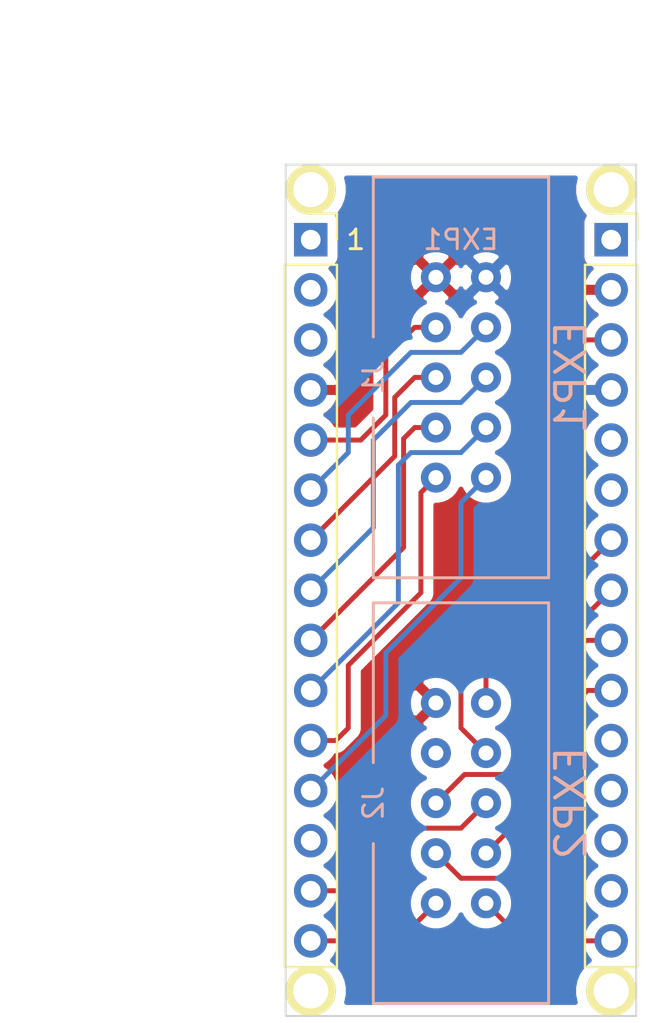
<source format=kicad_pcb>
(kicad_pcb (version 20171130) (host pcbnew "(5.1.4)-1")

  (general
    (thickness 1.6)
    (drawings 29)
    (tracks 73)
    (zones 0)
    (modules 8)
    (nets 19)
  )

  (page A4)
  (title_block
    (date "jeu. 02 avril 2015")
  )

  (layers
    (0 F.Cu signal)
    (31 B.Cu signal)
    (32 B.Adhes user)
    (33 F.Adhes user)
    (34 B.Paste user)
    (35 F.Paste user)
    (36 B.SilkS user)
    (37 F.SilkS user)
    (38 B.Mask user)
    (39 F.Mask user)
    (40 Dwgs.User user hide)
    (41 Cmts.User user)
    (42 Eco1.User user)
    (43 Eco2.User user)
    (44 Edge.Cuts user)
    (45 Margin user)
    (46 B.CrtYd user hide)
    (47 F.CrtYd user hide)
    (48 B.Fab user hide)
    (49 F.Fab user hide)
  )

  (setup
    (last_trace_width 0.25)
    (trace_clearance 0.2)
    (zone_clearance 0.508)
    (zone_45_only no)
    (trace_min 0.2)
    (via_size 0.6)
    (via_drill 0.4)
    (via_min_size 0.4)
    (via_min_drill 0.3)
    (uvia_size 0.3)
    (uvia_drill 0.1)
    (uvias_allowed no)
    (uvia_min_size 0.2)
    (uvia_min_drill 0.1)
    (edge_width 0.1)
    (segment_width 0.15)
    (pcb_text_width 0.3)
    (pcb_text_size 1.5 1.5)
    (mod_edge_width 0.15)
    (mod_text_size 1 1)
    (mod_text_width 0.15)
    (pad_size 1.5 1.5)
    (pad_drill 0.6)
    (pad_to_mask_clearance 0)
    (aux_axis_origin 138.176 110.617)
    (grid_origin 139.446 68.707)
    (visible_elements 7FFFFFFF)
    (pcbplotparams
      (layerselection 0x00030_80000001)
      (usegerberextensions false)
      (usegerberattributes false)
      (usegerberadvancedattributes false)
      (creategerberjobfile false)
      (excludeedgelayer true)
      (linewidth 0.100000)
      (plotframeref false)
      (viasonmask false)
      (mode 1)
      (useauxorigin false)
      (hpglpennumber 1)
      (hpglpenspeed 20)
      (hpglpendiameter 15.000000)
      (psnegative false)
      (psa4output false)
      (plotreference true)
      (plotvalue true)
      (plotinvisibletext false)
      (padsonsilk false)
      (subtractmaskfromsilk false)
      (outputformat 1)
      (mirror false)
      (drillshape 1)
      (scaleselection 1)
      (outputdirectory ""))
  )

  (net 0 "")
  (net 1 /Reset)
  (net 2 GND)
  (net 3 /2)
  (net 4 "/3(**)")
  (net 5 /4)
  (net 6 "/5(**)")
  (net 7 "/6(**)")
  (net 8 /7)
  (net 9 /8)
  (net 10 "/9(**)")
  (net 11 +5V)
  (net 12 "/13(SCK)")
  (net 13 "/11(**/MOSI)")
  (net 14 "/12(MISO)")
  (net 15 /A5)
  (net 16 /A4)
  (net 17 /A3)
  (net 18 /A2)

  (net_class Default "This is the default net class."
    (clearance 0.2)
    (trace_width 0.25)
    (via_dia 0.6)
    (via_drill 0.4)
    (uvia_dia 0.3)
    (uvia_drill 0.1)
    (add_net +5V)
    (add_net "/11(**/MOSI)")
    (add_net "/12(MISO)")
    (add_net "/13(SCK)")
    (add_net /2)
    (add_net "/3(**)")
    (add_net /4)
    (add_net "/5(**)")
    (add_net "/6(**)")
    (add_net /7)
    (add_net /8)
    (add_net "/9(**)")
    (add_net /A2)
    (add_net /A3)
    (add_net /A4)
    (add_net /A5)
    (add_net /Reset)
    (add_net GND)
  )

  (module TRA_KiCad_Footprints:Shrouded_2x5_pin_header (layer B.Cu) (tedit 5DA91F24) (tstamp 5DA843A5)
    (at 147.066 99.822 90)
    (path /5DA8C40D)
    (fp_text reference J2 (at 0 -4.445 90) (layer B.SilkS)
      (effects (font (size 1 1) (thickness 0.15)) (justify mirror))
    )
    (fp_text value EXP2 (at 0 2.54 90) (layer B.Fab)
      (effects (font (size 1 1) (thickness 0.15)) (justify mirror))
    )
    (fp_line (start 10.16 -4.445) (end 2.055 -4.445) (layer B.SilkS) (width 0.15))
    (fp_line (start 10.16 4.445) (end 10.16 -4.445) (layer B.SilkS) (width 0.15))
    (fp_line (start 0 4.445) (end 10.16 4.445) (layer B.SilkS) (width 0.15))
    (fp_line (start 0 4.445) (end -10.16 4.445) (layer B.SilkS) (width 0.15))
    (fp_line (start -2.055 -4.445) (end -10.16 -4.445) (layer B.SilkS) (width 0.15))
    (fp_line (start -10.16 -4.445) (end -10.16 4.445) (layer B.SilkS) (width 0.15))
    (pad 10 thru_hole circle (at 5.08 1.27 90) (size 1.524 1.524) (drill 0.762) (layers *.Cu *.Mask)
      (net 15 /A5))
    (pad 9 thru_hole circle (at 5.08 -1.27 90) (size 1.524 1.524) (drill 0.762) (layers *.Cu *.Mask)
      (net 2 GND))
    (pad 8 thru_hole circle (at 2.54 1.27 90) (size 1.524 1.524) (drill 0.762) (layers *.Cu *.Mask)
      (net 1 /Reset))
    (pad 7 thru_hole circle (at 2.54 -1.27 90) (size 1.524 1.524) (drill 0.762) (layers *.Cu *.Mask))
    (pad 6 thru_hole circle (at 0 1.27 90) (size 1.524 1.524) (drill 0.762) (layers *.Cu *.Mask)
      (net 13 "/11(**/MOSI)"))
    (pad 5 thru_hole circle (at 0 -1.27 90) (size 1.524 1.524) (drill 0.762) (layers *.Cu *.Mask)
      (net 16 /A4))
    (pad 4 thru_hole circle (at -2.54 1.27 90) (size 1.524 1.524) (drill 0.762) (layers *.Cu *.Mask)
      (net 17 /A3))
    (pad 3 thru_hole circle (at -2.54 -1.27 90) (size 1.524 1.524) (drill 0.762) (layers *.Cu *.Mask)
      (net 18 /A2))
    (pad 2 thru_hole circle (at -5.08 1.27 90) (size 1.524 1.524) (drill 0.762) (layers *.Cu *.Mask)
      (net 12 "/13(SCK)"))
    (pad 1 thru_hole circle (at -5.08 -1.27 90) (size 1.524 1.524) (drill 0.762) (layers *.Cu *.Mask)
      (net 14 "/12(MISO)"))
    (model "${GITHUB}/TRA_KiCad_Library/3D Models/Molex/Molex-70246-1001.stp"
      (offset (xyz 0 0 5.5))
      (scale (xyz 1 1 1))
      (rotate (xyz -90 0 0))
    )
  )

  (module Connector_PinSocket_2.54mm:PinSocket_1x15_P2.54mm_Vertical locked (layer F.Cu) (tedit 5A19A41D) (tstamp 551FC9EE)
    (at 154.686 71.247)
    (descr "Through hole straight socket strip, 1x15, 2.54mm pitch, single row (from Kicad 4.0.7), script generated")
    (tags "Through hole socket strip THT 1x15 2.54mm single row")
    (path /56D740C7)
    (fp_text reference P2 (at 0 -2.77) (layer F.SilkS)
      (effects (font (size 1 1) (thickness 0.15)))
    )
    (fp_text value Analog (at 0 38.33) (layer F.Fab)
      (effects (font (size 1 1) (thickness 0.15)))
    )
    (fp_text user %R (at 0 17.78 90) (layer F.Fab)
      (effects (font (size 1 1) (thickness 0.15)))
    )
    (fp_line (start -1.8 37.3) (end -1.8 -1.8) (layer F.CrtYd) (width 0.05))
    (fp_line (start 1.75 37.3) (end -1.8 37.3) (layer F.CrtYd) (width 0.05))
    (fp_line (start 1.75 -1.8) (end 1.75 37.3) (layer F.CrtYd) (width 0.05))
    (fp_line (start -1.8 -1.8) (end 1.75 -1.8) (layer F.CrtYd) (width 0.05))
    (fp_line (start 0 -1.33) (end 1.33 -1.33) (layer F.SilkS) (width 0.12))
    (fp_line (start 1.33 -1.33) (end 1.33 0) (layer F.SilkS) (width 0.12))
    (fp_line (start 1.33 1.27) (end 1.33 36.89) (layer F.SilkS) (width 0.12))
    (fp_line (start -1.33 36.89) (end 1.33 36.89) (layer F.SilkS) (width 0.12))
    (fp_line (start -1.33 1.27) (end -1.33 36.89) (layer F.SilkS) (width 0.12))
    (fp_line (start -1.33 1.27) (end 1.33 1.27) (layer F.SilkS) (width 0.12))
    (fp_line (start -1.27 36.83) (end -1.27 -1.27) (layer F.Fab) (width 0.1))
    (fp_line (start 1.27 36.83) (end -1.27 36.83) (layer F.Fab) (width 0.1))
    (fp_line (start 1.27 -0.635) (end 1.27 36.83) (layer F.Fab) (width 0.1))
    (fp_line (start 0.635 -1.27) (end 1.27 -0.635) (layer F.Fab) (width 0.1))
    (fp_line (start -1.27 -1.27) (end 0.635 -1.27) (layer F.Fab) (width 0.1))
    (pad 15 thru_hole oval (at 0 35.56) (size 1.7 1.7) (drill 1) (layers *.Cu *.Mask)
      (net 12 "/13(SCK)"))
    (pad 14 thru_hole oval (at 0 33.02) (size 1.7 1.7) (drill 1) (layers *.Cu *.Mask))
    (pad 13 thru_hole oval (at 0 30.48) (size 1.7 1.7) (drill 1) (layers *.Cu *.Mask))
    (pad 12 thru_hole oval (at 0 27.94) (size 1.7 1.7) (drill 1) (layers *.Cu *.Mask))
    (pad 11 thru_hole oval (at 0 25.4) (size 1.7 1.7) (drill 1) (layers *.Cu *.Mask))
    (pad 10 thru_hole oval (at 0 22.86) (size 1.7 1.7) (drill 1) (layers *.Cu *.Mask)
      (net 18 /A2))
    (pad 9 thru_hole oval (at 0 20.32) (size 1.7 1.7) (drill 1) (layers *.Cu *.Mask)
      (net 17 /A3))
    (pad 8 thru_hole oval (at 0 17.78) (size 1.7 1.7) (drill 1) (layers *.Cu *.Mask)
      (net 16 /A4))
    (pad 7 thru_hole oval (at 0 15.24) (size 1.7 1.7) (drill 1) (layers *.Cu *.Mask)
      (net 15 /A5))
    (pad 6 thru_hole oval (at 0 12.7) (size 1.7 1.7) (drill 1) (layers *.Cu *.Mask))
    (pad 5 thru_hole oval (at 0 10.16) (size 1.7 1.7) (drill 1) (layers *.Cu *.Mask))
    (pad 4 thru_hole oval (at 0 7.62) (size 1.7 1.7) (drill 1) (layers *.Cu *.Mask)
      (net 11 +5V))
    (pad 3 thru_hole oval (at 0 5.08) (size 1.7 1.7) (drill 1) (layers *.Cu *.Mask)
      (net 1 /Reset))
    (pad 2 thru_hole oval (at 0 2.54) (size 1.7 1.7) (drill 1) (layers *.Cu *.Mask)
      (net 2 GND))
    (pad 1 thru_hole rect (at 0 0) (size 1.7 1.7) (drill 1) (layers *.Cu *.Mask))
    (model ${KISYS3DMOD}/Connector_PinSocket_2.54mm.3dshapes/PinSocket_1x15_P2.54mm_Vertical.wrl
      (at (xyz 0 0 0))
      (scale (xyz 1 1 1))
      (rotate (xyz 0 0 0))
    )
  )

  (module Connector_PinSocket_2.54mm:PinSocket_1x15_P2.54mm_Vertical locked (layer F.Cu) (tedit 5A19A41D) (tstamp 551FC9D0)
    (at 139.446 71.247)
    (descr "Through hole straight socket strip, 1x15, 2.54mm pitch, single row (from Kicad 4.0.7), script generated")
    (tags "Through hole socket strip THT 1x15 2.54mm single row")
    (path /56D73FAC)
    (fp_text reference P1 (at 0 -2.77) (layer F.SilkS)
      (effects (font (size 1 1) (thickness 0.15)))
    )
    (fp_text value Digital (at 0 38.33) (layer F.Fab)
      (effects (font (size 1 1) (thickness 0.15)))
    )
    (fp_text user %R (at 0 17.78 90) (layer F.Fab)
      (effects (font (size 1 1) (thickness 0.15)))
    )
    (fp_line (start -1.8 37.3) (end -1.8 -1.8) (layer F.CrtYd) (width 0.05))
    (fp_line (start 1.75 37.3) (end -1.8 37.3) (layer F.CrtYd) (width 0.05))
    (fp_line (start 1.75 -1.8) (end 1.75 37.3) (layer F.CrtYd) (width 0.05))
    (fp_line (start -1.8 -1.8) (end 1.75 -1.8) (layer F.CrtYd) (width 0.05))
    (fp_line (start 0 -1.33) (end 1.33 -1.33) (layer F.SilkS) (width 0.12))
    (fp_line (start 1.33 -1.33) (end 1.33 0) (layer F.SilkS) (width 0.12))
    (fp_line (start 1.33 1.27) (end 1.33 36.89) (layer F.SilkS) (width 0.12))
    (fp_line (start -1.33 36.89) (end 1.33 36.89) (layer F.SilkS) (width 0.12))
    (fp_line (start -1.33 1.27) (end -1.33 36.89) (layer F.SilkS) (width 0.12))
    (fp_line (start -1.33 1.27) (end 1.33 1.27) (layer F.SilkS) (width 0.12))
    (fp_line (start -1.27 36.83) (end -1.27 -1.27) (layer F.Fab) (width 0.1))
    (fp_line (start 1.27 36.83) (end -1.27 36.83) (layer F.Fab) (width 0.1))
    (fp_line (start 1.27 -0.635) (end 1.27 36.83) (layer F.Fab) (width 0.1))
    (fp_line (start 0.635 -1.27) (end 1.27 -0.635) (layer F.Fab) (width 0.1))
    (fp_line (start -1.27 -1.27) (end 0.635 -1.27) (layer F.Fab) (width 0.1))
    (pad 15 thru_hole oval (at 0 35.56) (size 1.7 1.7) (drill 1) (layers *.Cu *.Mask)
      (net 14 "/12(MISO)"))
    (pad 14 thru_hole oval (at 0 33.02) (size 1.7 1.7) (drill 1) (layers *.Cu *.Mask)
      (net 13 "/11(**/MOSI)"))
    (pad 13 thru_hole oval (at 0 30.48) (size 1.7 1.7) (drill 1) (layers *.Cu *.Mask))
    (pad 12 thru_hole oval (at 0 27.94) (size 1.7 1.7) (drill 1) (layers *.Cu *.Mask)
      (net 10 "/9(**)"))
    (pad 11 thru_hole oval (at 0 25.4) (size 1.7 1.7) (drill 1) (layers *.Cu *.Mask)
      (net 9 /8))
    (pad 10 thru_hole oval (at 0 22.86) (size 1.7 1.7) (drill 1) (layers *.Cu *.Mask)
      (net 8 /7))
    (pad 9 thru_hole oval (at 0 20.32) (size 1.7 1.7) (drill 1) (layers *.Cu *.Mask)
      (net 7 "/6(**)"))
    (pad 8 thru_hole oval (at 0 17.78) (size 1.7 1.7) (drill 1) (layers *.Cu *.Mask)
      (net 6 "/5(**)"))
    (pad 7 thru_hole oval (at 0 15.24) (size 1.7 1.7) (drill 1) (layers *.Cu *.Mask)
      (net 5 /4))
    (pad 6 thru_hole oval (at 0 12.7) (size 1.7 1.7) (drill 1) (layers *.Cu *.Mask)
      (net 4 "/3(**)"))
    (pad 5 thru_hole oval (at 0 10.16) (size 1.7 1.7) (drill 1) (layers *.Cu *.Mask)
      (net 3 /2))
    (pad 4 thru_hole oval (at 0 7.62) (size 1.7 1.7) (drill 1) (layers *.Cu *.Mask)
      (net 2 GND))
    (pad 3 thru_hole oval (at 0 5.08) (size 1.7 1.7) (drill 1) (layers *.Cu *.Mask))
    (pad 2 thru_hole oval (at 0 2.54) (size 1.7 1.7) (drill 1) (layers *.Cu *.Mask))
    (pad 1 thru_hole rect (at 0 0) (size 1.7 1.7) (drill 1) (layers *.Cu *.Mask))
    (model ${KISYS3DMOD}/Connector_PinSocket_2.54mm.3dshapes/PinSocket_1x15_P2.54mm_Vertical.wrl
      (at (xyz 0 0 0))
      (scale (xyz 1 1 1))
      (rotate (xyz 0 0 0))
    )
  )

  (module TRA_KiCad_Footprints:Shrouded_2x5_pin_header (layer B.Cu) (tedit 5DA91F24) (tstamp 5DA854C7)
    (at 147.066 78.232 90)
    (path /5DB069BF)
    (fp_text reference J1 (at 0 -4.445 90) (layer B.SilkS)
      (effects (font (size 1 1) (thickness 0.15)) (justify mirror))
    )
    (fp_text value EXP1 (at 0 2.54 90) (layer B.Fab)
      (effects (font (size 1 1) (thickness 0.15)) (justify mirror))
    )
    (fp_line (start 10.16 -4.445) (end 2.055 -4.445) (layer B.SilkS) (width 0.15))
    (fp_line (start 10.16 4.445) (end 10.16 -4.445) (layer B.SilkS) (width 0.15))
    (fp_line (start 0 4.445) (end 10.16 4.445) (layer B.SilkS) (width 0.15))
    (fp_line (start 0 4.445) (end -10.16 4.445) (layer B.SilkS) (width 0.15))
    (fp_line (start -2.055 -4.445) (end -10.16 -4.445) (layer B.SilkS) (width 0.15))
    (fp_line (start -10.16 -4.445) (end -10.16 4.445) (layer B.SilkS) (width 0.15))
    (pad 10 thru_hole circle (at 5.08 1.27 90) (size 1.524 1.524) (drill 0.762) (layers *.Cu *.Mask)
      (net 11 +5V))
    (pad 9 thru_hole circle (at 5.08 -1.27 90) (size 1.524 1.524) (drill 0.762) (layers *.Cu *.Mask)
      (net 2 GND))
    (pad 8 thru_hole circle (at 2.54 1.27 90) (size 1.524 1.524) (drill 0.762) (layers *.Cu *.Mask)
      (net 4 "/3(**)"))
    (pad 7 thru_hole circle (at 2.54 -1.27 90) (size 1.524 1.524) (drill 0.762) (layers *.Cu *.Mask)
      (net 3 /2))
    (pad 6 thru_hole circle (at 0 1.27 90) (size 1.524 1.524) (drill 0.762) (layers *.Cu *.Mask)
      (net 6 "/5(**)"))
    (pad 5 thru_hole circle (at 0 -1.27 90) (size 1.524 1.524) (drill 0.762) (layers *.Cu *.Mask)
      (net 5 /4))
    (pad 4 thru_hole circle (at -2.54 1.27 90) (size 1.524 1.524) (drill 0.762) (layers *.Cu *.Mask)
      (net 8 /7))
    (pad 3 thru_hole circle (at -2.54 -1.27 90) (size 1.524 1.524) (drill 0.762) (layers *.Cu *.Mask)
      (net 7 "/6(**)"))
    (pad 2 thru_hole circle (at -5.08 1.27 90) (size 1.524 1.524) (drill 0.762) (layers *.Cu *.Mask)
      (net 10 "/9(**)"))
    (pad 1 thru_hole circle (at -5.08 -1.27 90) (size 1.524 1.524) (drill 0.762) (layers *.Cu *.Mask)
      (net 9 /8))
    (model "${GITHUB}/TRA_KiCad_Library/3D Models/Molex/Molex-70246-1001.stp"
      (offset (xyz 0 0 5.5))
      (scale (xyz 1 1 1))
      (rotate (xyz -90 0 0))
    )
  )

  (module Socket_Arduino_Nano:1pin_Nano locked (layer F.Cu) (tedit 5521156E) (tstamp 55211553)
    (at 139.446 68.707)
    (descr "module 1 pin (ou trou mecanique de percage)")
    (tags DEV)
    (path /56D73ADD)
    (fp_text reference P3 (at 0 -2.032) (layer F.SilkS) hide
      (effects (font (size 1 1) (thickness 0.15)))
    )
    (fp_text value CONN_01X01 (at 0 2.032) (layer F.Fab) hide
      (effects (font (size 1 1) (thickness 0.15)))
    )
    (pad 1 thru_hole circle (at 0 0) (size 2.54 2.54) (drill 1.778) (layers *.Cu *.Mask F.SilkS))
  )

  (module Socket_Arduino_Nano:1pin_Nano locked (layer F.Cu) (tedit 55211594) (tstamp 55211558)
    (at 139.446 109.347)
    (descr "module 1 pin (ou trou mecanique de percage)")
    (tags DEV)
    (path /56D73D86)
    (fp_text reference P4 (at 0 -2.032) (layer F.SilkS) hide
      (effects (font (size 1 1) (thickness 0.15)))
    )
    (fp_text value CONN_01X01 (at 0 2.032) (layer F.Fab) hide
      (effects (font (size 1 1) (thickness 0.15)))
    )
    (pad 1 thru_hole circle (at 0 0) (size 2.54 2.54) (drill 1.778) (layers *.Cu *.Mask F.SilkS))
  )

  (module Socket_Arduino_Nano:1pin_Nano locked (layer F.Cu) (tedit 552115A5) (tstamp 5521155D)
    (at 154.686 109.347)
    (descr "module 1 pin (ou trou mecanique de percage)")
    (tags DEV)
    (path /56D73DAE)
    (fp_text reference P5 (at 0 -2.032) (layer F.SilkS) hide
      (effects (font (size 1 1) (thickness 0.15)))
    )
    (fp_text value CONN_01X01 (at 0 2.032) (layer F.Fab) hide
      (effects (font (size 1 1) (thickness 0.15)))
    )
    (pad 1 thru_hole circle (at 0 0) (size 2.54 2.54) (drill 1.778) (layers *.Cu *.Mask F.SilkS))
  )

  (module Socket_Arduino_Nano:1pin_Nano locked (layer F.Cu) (tedit 552115BD) (tstamp 55211562)
    (at 154.686 68.707)
    (descr "module 1 pin (ou trou mecanique de percage)")
    (tags DEV)
    (path /56D73DD9)
    (fp_text reference P6 (at 0 -2.032) (layer F.SilkS) hide
      (effects (font (size 1 1) (thickness 0.15)))
    )
    (fp_text value CONN_01X01 (at 0 2.032) (layer F.Fab) hide
      (effects (font (size 1 1) (thickness 0.15)))
    )
    (pad 1 thru_hole circle (at 0 0) (size 2.54 2.54) (drill 1.778) (layers *.Cu *.Mask F.SilkS))
  )

  (gr_text EXP1 (at 152.654 78.232 90) (layer B.SilkS) (tstamp 5DA99150)
    (effects (font (size 1.5 1.5) (thickness 0.2)) (justify mirror))
  )
  (gr_text EXP2 (at 152.654 99.822 90) (layer B.SilkS) (tstamp 5DA99020)
    (effects (font (size 1.5 1.5) (thickness 0.2)) (justify mirror))
  )
  (dimension 40.64 (width 0.15) (layer Eco2.User)
    (gr_text "40.640 mm" (at 130.526001 89.027 270) (layer Eco2.User)
      (effects (font (size 1 1) (thickness 0.15)))
    )
    (feature1 (pts (xy 139.446 109.347) (xy 131.23958 109.347)))
    (feature2 (pts (xy 139.446 68.707) (xy 131.23958 68.707)))
    (crossbar (pts (xy 131.826001 68.707) (xy 131.826001 109.347)))
    (arrow1a (pts (xy 131.826001 109.347) (xy 131.23958 108.220496)))
    (arrow1b (pts (xy 131.826001 109.347) (xy 132.412422 108.220496)))
    (arrow2a (pts (xy 131.826001 68.707) (xy 131.23958 69.833504)))
    (arrow2b (pts (xy 131.826001 68.707) (xy 132.412422 69.833504)))
  )
  (dimension 15.24 (width 0.15) (layer Eco2.User)
    (gr_text "15.240 mm" (at 147.066 62.327) (layer Eco2.User)
      (effects (font (size 1 1) (thickness 0.15)))
    )
    (feature1 (pts (xy 154.686 68.707) (xy 154.686 63.040579)))
    (feature2 (pts (xy 139.446 68.707) (xy 139.446 63.040579)))
    (crossbar (pts (xy 139.446 63.627) (xy 154.686 63.627)))
    (arrow1a (pts (xy 154.686 63.627) (xy 153.559496 64.213421)))
    (arrow1b (pts (xy 154.686 63.627) (xy 153.559496 63.040579)))
    (arrow2a (pts (xy 139.446 63.627) (xy 140.572504 64.213421)))
    (arrow2b (pts (xy 139.446 63.627) (xy 140.572504 63.040579)))
  )
  (dimension 17.78 (width 0.15) (layer Eco2.User)
    (gr_text "17.780 mm" (at 147.066 59.787) (layer Eco2.User)
      (effects (font (size 1 1) (thickness 0.15)))
    )
    (feature1 (pts (xy 155.956 67.437) (xy 155.956 60.500579)))
    (feature2 (pts (xy 138.176 67.437) (xy 138.176 60.500579)))
    (crossbar (pts (xy 138.176 61.087) (xy 155.956 61.087)))
    (arrow1a (pts (xy 155.956 61.087) (xy 154.829496 61.673421)))
    (arrow1b (pts (xy 155.956 61.087) (xy 154.829496 60.500579)))
    (arrow2a (pts (xy 138.176 61.087) (xy 139.302504 61.673421)))
    (arrow2b (pts (xy 138.176 61.087) (xy 139.302504 60.500579)))
  )
  (dimension 3.81 (width 0.15) (layer Eco2.User)
    (gr_text "3.810 mm" (at 133.701 69.342 270) (layer Eco2.User)
      (effects (font (size 1 1) (thickness 0.15)))
    )
    (feature1 (pts (xy 138.176 71.247) (xy 134.414579 71.247)))
    (feature2 (pts (xy 138.176 67.437) (xy 134.414579 67.437)))
    (crossbar (pts (xy 135.001 67.437) (xy 135.001 71.247)))
    (arrow1a (pts (xy 135.001 71.247) (xy 134.414579 70.120496)))
    (arrow1b (pts (xy 135.001 71.247) (xy 135.587421 70.120496)))
    (arrow2a (pts (xy 135.001 67.437) (xy 134.414579 68.563504)))
    (arrow2b (pts (xy 135.001 67.437) (xy 135.587421 68.563504)))
  )
  (dimension 43.18 (width 0.15) (layer Eco2.User)
    (gr_text "43.180 mm" (at 127.351 89.027 90) (layer Eco2.User)
      (effects (font (size 1 1) (thickness 0.15)))
    )
    (feature1 (pts (xy 138.176 67.437) (xy 128.064579 67.437)))
    (feature2 (pts (xy 138.176 110.617) (xy 128.064579 110.617)))
    (crossbar (pts (xy 128.651 110.617) (xy 128.651 67.437)))
    (arrow1a (pts (xy 128.651 67.437) (xy 129.237421 68.563504)))
    (arrow1b (pts (xy 128.651 67.437) (xy 128.064579 68.563504)))
    (arrow2a (pts (xy 128.651 110.617) (xy 129.237421 109.490496)))
    (arrow2b (pts (xy 128.651 110.617) (xy 128.064579 109.490496)))
  )
  (gr_text EXP1 (at 147.066 71.247) (layer B.SilkS)
    (effects (font (size 1 1) (thickness 0.15)) (justify mirror))
  )
  (gr_line (start 139.446 89.027) (end 154.686 89.027) (layer Eco2.User) (width 0.15))
  (gr_text 1 (at 141.732 71.247) (layer F.SilkS)
    (effects (font (size 1 1) (thickness 0.15)))
  )
  (gr_line (start 150.622 112.522) (end 150.622 110.617) (angle 90) (layer Dwgs.User) (width 0.15))
  (gr_line (start 150.622 102.997) (end 150.622 110.617) (angle 90) (layer Dwgs.User) (width 0.15))
  (gr_line (start 143.51 102.997) (end 150.622 102.997) (angle 90) (layer Dwgs.User) (width 0.15))
  (gr_line (start 143.51 110.617) (end 143.51 102.997) (angle 90) (layer Dwgs.User) (width 0.15))
  (gr_line (start 143.51 112.522) (end 150.622 112.522) (angle 90) (layer Dwgs.User) (width 0.15))
  (gr_line (start 143.51 110.617) (end 143.51 112.522) (angle 90) (layer Dwgs.User) (width 0.15))
  (gr_line (start 145.542 87.757) (end 145.542 85.217) (angle 90) (layer Dwgs.User) (width 0.15))
  (gr_line (start 149.479 87.757) (end 145.542 87.757) (angle 90) (layer Dwgs.User) (width 0.15))
  (gr_line (start 149.479 85.217) (end 149.479 87.757) (angle 90) (layer Dwgs.User) (width 0.15))
  (gr_line (start 145.542 85.217) (end 149.479 85.217) (angle 90) (layer Dwgs.User) (width 0.15))
  (gr_circle (center 147.574 86.487) (end 146.812 86.487) (layer Dwgs.User) (width 0.15))
  (gr_line (start 150.876 67.437) (end 143.256 67.437) (angle 90) (layer Dwgs.User) (width 0.15))
  (gr_line (start 150.876 72.517) (end 150.876 67.437) (angle 90) (layer Dwgs.User) (width 0.15))
  (gr_line (start 143.256 72.517) (end 150.876 72.517) (angle 90) (layer Dwgs.User) (width 0.15))
  (gr_line (start 143.256 67.437) (end 143.256 72.517) (angle 90) (layer Dwgs.User) (width 0.15))
  (gr_line (start 138.176 67.437) (end 138.176 110.617) (angle 90) (layer Edge.Cuts) (width 0.1))
  (gr_line (start 155.956 67.437) (end 138.176 67.437) (angle 90) (layer Edge.Cuts) (width 0.1))
  (gr_line (start 155.956 110.617) (end 155.956 67.437) (angle 90) (layer Edge.Cuts) (width 0.1))
  (gr_line (start 138.176 110.617) (end 155.956 110.617) (angle 90) (layer Edge.Cuts) (width 0.1))

  (segment (start 153.416 76.327) (end 154.686 76.327) (width 0.25) (layer F.Cu) (net 1))
  (segment (start 152.781 76.962) (end 153.416 76.327) (width 0.25) (layer F.Cu) (net 1))
  (segment (start 152.781 87.122) (end 152.781 76.962) (width 0.25) (layer F.Cu) (net 1))
  (segment (start 147.066 92.837) (end 152.781 87.122) (width 0.25) (layer F.Cu) (net 1))
  (segment (start 148.336 97.282) (end 147.066 96.012) (width 0.25) (layer F.Cu) (net 1))
  (segment (start 147.066 96.012) (end 147.066 92.837) (width 0.25) (layer F.Cu) (net 1))
  (segment (start 144.71837 75.692) (end 143.256 77.15437) (width 0.25) (layer F.Cu) (net 3))
  (segment (start 145.796 75.692) (end 144.71837 75.692) (width 0.25) (layer F.Cu) (net 3))
  (segment (start 143.256 77.15437) (end 143.256 80.137) (width 0.25) (layer F.Cu) (net 3))
  (segment (start 141.986 81.407) (end 139.446 81.407) (width 0.25) (layer F.Cu) (net 3))
  (segment (start 143.256 80.137) (end 141.986 81.407) (width 0.25) (layer F.Cu) (net 3))
  (segment (start 139.446 83.947) (end 141.351 82.042) (width 0.25) (layer B.Cu) (net 4))
  (segment (start 141.351 82.042) (end 141.351 80.137) (width 0.25) (layer B.Cu) (net 4))
  (segment (start 141.351 80.137) (end 144.526 76.962) (width 0.25) (layer B.Cu) (net 4))
  (segment (start 147.066 76.962) (end 148.336 75.692) (width 0.25) (layer B.Cu) (net 4))
  (segment (start 144.526 76.962) (end 147.066 76.962) (width 0.25) (layer B.Cu) (net 4))
  (segment (start 140.295999 85.637001) (end 139.446 86.487) (width 0.25) (layer F.Cu) (net 5))
  (segment (start 143.70601 82.22699) (end 140.295999 85.637001) (width 0.25) (layer F.Cu) (net 5))
  (segment (start 143.70601 79.24436) (end 143.70601 82.22699) (width 0.25) (layer F.Cu) (net 5))
  (segment (start 144.71837 78.232) (end 143.70601 79.24436) (width 0.25) (layer F.Cu) (net 5))
  (segment (start 145.796 78.232) (end 144.71837 78.232) (width 0.25) (layer F.Cu) (net 5))
  (segment (start 139.446 89.027) (end 142.621 85.852) (width 0.25) (layer B.Cu) (net 6))
  (segment (start 142.621 85.852) (end 142.621 81.407) (width 0.25) (layer B.Cu) (net 6))
  (segment (start 142.621 81.407) (end 144.526 79.502) (width 0.25) (layer B.Cu) (net 6))
  (segment (start 147.066 79.502) (end 148.336 78.232) (width 0.25) (layer B.Cu) (net 6))
  (segment (start 144.526 79.502) (end 147.066 79.502) (width 0.25) (layer B.Cu) (net 6))
  (segment (start 140.295999 90.717001) (end 139.446 91.567) (width 0.25) (layer F.Cu) (net 7))
  (segment (start 144.15602 86.85698) (end 140.295999 90.717001) (width 0.25) (layer F.Cu) (net 7))
  (segment (start 144.15602 81.33435) (end 144.15602 86.85698) (width 0.25) (layer F.Cu) (net 7))
  (segment (start 144.71837 80.772) (end 144.15602 81.33435) (width 0.25) (layer F.Cu) (net 7))
  (segment (start 145.796 80.772) (end 144.71837 80.772) (width 0.25) (layer F.Cu) (net 7))
  (segment (start 139.446 94.107) (end 143.891 89.662) (width 0.25) (layer B.Cu) (net 8))
  (segment (start 143.891 89.662) (end 143.891 82.677) (width 0.25) (layer B.Cu) (net 8))
  (segment (start 143.891 82.677) (end 144.526 82.042) (width 0.25) (layer B.Cu) (net 8))
  (segment (start 147.066 82.042) (end 148.336 80.772) (width 0.25) (layer B.Cu) (net 8))
  (segment (start 144.526 82.042) (end 147.066 82.042) (width 0.25) (layer B.Cu) (net 8))
  (segment (start 145.034001 84.073999) (end 145.034001 89.153999) (width 0.25) (layer F.Cu) (net 9))
  (segment (start 145.796 83.312) (end 145.034001 84.073999) (width 0.25) (layer F.Cu) (net 9))
  (segment (start 145.034001 89.153999) (end 141.351 92.837) (width 0.25) (layer F.Cu) (net 9))
  (segment (start 141.351 92.837) (end 141.351 96.012) (width 0.25) (layer F.Cu) (net 9))
  (segment (start 140.716 96.647) (end 139.446 96.647) (width 0.25) (layer F.Cu) (net 9))
  (segment (start 141.351 96.012) (end 140.716 96.647) (width 0.25) (layer F.Cu) (net 9))
  (segment (start 147.066 84.582) (end 148.336 83.312) (width 0.25) (layer B.Cu) (net 10))
  (segment (start 147.066 88.392) (end 147.066 84.582) (width 0.25) (layer B.Cu) (net 10))
  (segment (start 143.256 92.202) (end 147.066 88.392) (width 0.25) (layer B.Cu) (net 10))
  (segment (start 139.446 99.187) (end 143.256 95.377) (width 0.25) (layer B.Cu) (net 10))
  (segment (start 143.256 95.377) (end 143.256 92.202) (width 0.25) (layer B.Cu) (net 10))
  (segment (start 150.241 106.807) (end 148.336 104.902) (width 0.25) (layer F.Cu) (net 12))
  (segment (start 154.686 106.807) (end 150.241 106.807) (width 0.25) (layer F.Cu) (net 12))
  (segment (start 141.351 104.267) (end 139.446 104.267) (width 0.25) (layer F.Cu) (net 13))
  (segment (start 144.526 101.092) (end 141.351 104.267) (width 0.25) (layer F.Cu) (net 13))
  (segment (start 148.336 99.822) (end 147.066 101.092) (width 0.25) (layer F.Cu) (net 13))
  (segment (start 147.066 101.092) (end 144.526 101.092) (width 0.25) (layer F.Cu) (net 13))
  (segment (start 145.796 105.367) (end 145.796 104.267) (width 0.25) (layer F.Cu) (net 14))
  (segment (start 143.891 106.807) (end 139.446 106.807) (width 0.25) (layer F.Cu) (net 14))
  (segment (start 145.796 104.902) (end 143.891 106.807) (width 0.25) (layer F.Cu) (net 14))
  (segment (start 148.336 92.837) (end 154.686 86.487) (width 0.25) (layer F.Cu) (net 15))
  (segment (start 148.336 94.742) (end 148.336 92.837) (width 0.25) (layer F.Cu) (net 15))
  (segment (start 147.248999 98.369001) (end 149.788999 98.369001) (width 0.25) (layer F.Cu) (net 16))
  (segment (start 145.796 99.822) (end 147.248999 98.369001) (width 0.25) (layer F.Cu) (net 16))
  (segment (start 149.788999 98.369001) (end 150.241 97.917) (width 0.25) (layer F.Cu) (net 16))
  (segment (start 150.241 93.472) (end 154.686 89.027) (width 0.25) (layer F.Cu) (net 16))
  (segment (start 150.241 97.917) (end 150.241 93.472) (width 0.25) (layer F.Cu) (net 16))
  (segment (start 148.336 102.362) (end 151.511 99.187) (width 0.25) (layer F.Cu) (net 17))
  (segment (start 151.511 99.187) (end 151.511 93.472) (width 0.25) (layer F.Cu) (net 17))
  (segment (start 153.416 91.567) (end 154.686 91.567) (width 0.25) (layer F.Cu) (net 17))
  (segment (start 151.511 93.472) (end 153.416 91.567) (width 0.25) (layer F.Cu) (net 17))
  (segment (start 153.483919 94.107) (end 152.781 94.809919) (width 0.25) (layer F.Cu) (net 18))
  (segment (start 154.686 94.107) (end 153.483919 94.107) (width 0.25) (layer F.Cu) (net 18))
  (segment (start 152.781 94.809919) (end 152.781 101.092) (width 0.25) (layer F.Cu) (net 18))
  (segment (start 152.781 101.092) (end 150.241 103.632) (width 0.25) (layer F.Cu) (net 18))
  (segment (start 150.241 103.632) (end 147.066 103.632) (width 0.25) (layer F.Cu) (net 18))
  (segment (start 147.066 103.632) (end 145.796 102.362) (width 0.25) (layer F.Cu) (net 18))

  (zone (net 2) (net_name GND) (layer F.Cu) (tstamp 0) (hatch edge 0.508)
    (connect_pads (clearance 0.508))
    (min_thickness 0.254)
    (fill yes (arc_segments 32) (thermal_gap 0.508) (thermal_bridge_width 0.508))
    (polygon
      (pts
        (xy 138 67) (xy 138 111) (xy 156 111) (xy 156 67)
      )
    )
    (filled_polygon
      (pts
        (xy 152.854209 68.151332) (xy 152.781 68.519374) (xy 152.781 68.894626) (xy 152.854209 69.262668) (xy 152.997811 69.609356)
        (xy 153.20629 69.921366) (xy 153.315365 70.030441) (xy 153.305463 70.042506) (xy 153.246498 70.15282) (xy 153.210188 70.272518)
        (xy 153.197928 70.397) (xy 153.197928 72.097) (xy 153.210188 72.221482) (xy 153.246498 72.34118) (xy 153.305463 72.451494)
        (xy 153.384815 72.548185) (xy 153.481506 72.627537) (xy 153.59182 72.686502) (xy 153.672466 72.710966) (xy 153.588412 72.786731)
        (xy 153.414359 73.02008) (xy 153.289175 73.282901) (xy 153.244524 73.43011) (xy 153.365845 73.66) (xy 154.559 73.66)
        (xy 154.559 73.64) (xy 154.813 73.64) (xy 154.813 73.66) (xy 154.833 73.66) (xy 154.833 73.914)
        (xy 154.813 73.914) (xy 154.813 73.934) (xy 154.559 73.934) (xy 154.559 73.914) (xy 153.365845 73.914)
        (xy 153.244524 74.14389) (xy 153.289175 74.291099) (xy 153.414359 74.55392) (xy 153.588412 74.787269) (xy 153.804645 74.982178)
        (xy 153.921523 75.051799) (xy 153.856986 75.086294) (xy 153.630866 75.271866) (xy 153.445294 75.497986) (xy 153.410058 75.563908)
        (xy 153.378667 75.567) (xy 153.267014 75.577997) (xy 153.123753 75.621454) (xy 152.991724 75.692026) (xy 152.875999 75.786999)
        (xy 152.8522 75.815998) (xy 152.269998 76.398201) (xy 152.241 76.421999) (xy 152.217202 76.450997) (xy 152.217201 76.450998)
        (xy 152.146026 76.537724) (xy 152.075454 76.669754) (xy 152.031998 76.813015) (xy 152.017324 76.962) (xy 152.021001 76.999332)
        (xy 152.021 86.807198) (xy 146.554998 92.273201) (xy 146.526 92.296999) (xy 146.502202 92.325997) (xy 146.502201 92.325998)
        (xy 146.431026 92.412724) (xy 146.360454 92.544754) (xy 146.337023 92.622) (xy 146.316998 92.688014) (xy 146.31302 92.728401)
        (xy 146.302324 92.837) (xy 146.306001 92.874332) (xy 146.306001 93.438076) (xy 146.265952 93.419244) (xy 145.998865 93.352977)
        (xy 145.723983 93.34009) (xy 145.451867 93.381078) (xy 145.192977 93.474364) (xy 145.07702 93.536344) (xy 145.01004 93.776435)
        (xy 145.796 94.562395) (xy 145.810143 94.548253) (xy 145.989748 94.727858) (xy 145.975605 94.742) (xy 145.989748 94.756143)
        (xy 145.810143 94.935748) (xy 145.796 94.921605) (xy 145.01004 95.707565) (xy 145.07702 95.947656) (xy 145.21276 96.011485)
        (xy 145.134273 96.043995) (xy 144.905465 96.19688) (xy 144.71088 96.391465) (xy 144.557995 96.620273) (xy 144.452686 96.87451)
        (xy 144.399 97.144408) (xy 144.399 97.419592) (xy 144.452686 97.68949) (xy 144.557995 97.943727) (xy 144.71088 98.172535)
        (xy 144.905465 98.36712) (xy 145.134273 98.520005) (xy 145.211515 98.552) (xy 145.134273 98.583995) (xy 144.905465 98.73688)
        (xy 144.71088 98.931465) (xy 144.557995 99.160273) (xy 144.452686 99.41451) (xy 144.399 99.684408) (xy 144.399 99.959592)
        (xy 144.452686 100.22949) (xy 144.494894 100.331388) (xy 144.488676 100.332) (xy 144.488667 100.332) (xy 144.377014 100.342997)
        (xy 144.235912 100.385799) (xy 144.233753 100.386454) (xy 144.101723 100.457026) (xy 144.018083 100.525668) (xy 143.985999 100.551999)
        (xy 143.962201 100.580997) (xy 141.036199 103.507) (xy 140.723595 103.507) (xy 140.686706 103.437986) (xy 140.501134 103.211866)
        (xy 140.275014 103.026294) (xy 140.220209 102.997) (xy 140.275014 102.967706) (xy 140.501134 102.782134) (xy 140.686706 102.556014)
        (xy 140.824599 102.298034) (xy 140.909513 102.018111) (xy 140.938185 101.727) (xy 140.909513 101.435889) (xy 140.824599 101.155966)
        (xy 140.686706 100.897986) (xy 140.501134 100.671866) (xy 140.275014 100.486294) (xy 140.220209 100.457) (xy 140.275014 100.427706)
        (xy 140.501134 100.242134) (xy 140.686706 100.016014) (xy 140.824599 99.758034) (xy 140.909513 99.478111) (xy 140.938185 99.187)
        (xy 140.909513 98.895889) (xy 140.824599 98.615966) (xy 140.686706 98.357986) (xy 140.501134 98.131866) (xy 140.275014 97.946294)
        (xy 140.220209 97.917) (xy 140.275014 97.887706) (xy 140.501134 97.702134) (xy 140.686706 97.476014) (xy 140.721943 97.410091)
        (xy 140.753322 97.407) (xy 140.753333 97.407) (xy 140.864986 97.396003) (xy 141.008247 97.352546) (xy 141.140276 97.281974)
        (xy 141.256001 97.187001) (xy 141.279803 97.157998) (xy 141.862002 96.5758) (xy 141.891001 96.552001) (xy 141.985974 96.436276)
        (xy 142.056546 96.304247) (xy 142.100003 96.160986) (xy 142.111 96.049333) (xy 142.111 96.049332) (xy 142.114677 96.012)
        (xy 142.111 95.974667) (xy 142.111 94.814017) (xy 144.39409 94.814017) (xy 144.435078 95.086133) (xy 144.528364 95.345023)
        (xy 144.590344 95.46098) (xy 144.830435 95.52796) (xy 145.616395 94.742) (xy 144.830435 93.95604) (xy 144.590344 94.02302)
        (xy 144.473244 94.272048) (xy 144.406977 94.539135) (xy 144.39409 94.814017) (xy 142.111 94.814017) (xy 142.111 93.151801)
        (xy 145.545004 89.717798) (xy 145.574002 89.694) (xy 145.600333 89.661916) (xy 145.668975 89.578276) (xy 145.739547 89.446246)
        (xy 145.783004 89.302985) (xy 145.794001 89.191332) (xy 145.794001 89.191322) (xy 145.797677 89.153999) (xy 145.794001 89.116676)
        (xy 145.794001 84.709) (xy 145.933592 84.709) (xy 146.20349 84.655314) (xy 146.457727 84.550005) (xy 146.686535 84.39712)
        (xy 146.88112 84.202535) (xy 147.034005 83.973727) (xy 147.066 83.896485) (xy 147.097995 83.973727) (xy 147.25088 84.202535)
        (xy 147.445465 84.39712) (xy 147.674273 84.550005) (xy 147.92851 84.655314) (xy 148.198408 84.709) (xy 148.473592 84.709)
        (xy 148.74349 84.655314) (xy 148.997727 84.550005) (xy 149.226535 84.39712) (xy 149.42112 84.202535) (xy 149.574005 83.973727)
        (xy 149.679314 83.71949) (xy 149.733 83.449592) (xy 149.733 83.174408) (xy 149.679314 82.90451) (xy 149.574005 82.650273)
        (xy 149.42112 82.421465) (xy 149.226535 82.22688) (xy 148.997727 82.073995) (xy 148.920485 82.042) (xy 148.997727 82.010005)
        (xy 149.226535 81.85712) (xy 149.42112 81.662535) (xy 149.574005 81.433727) (xy 149.679314 81.17949) (xy 149.733 80.909592)
        (xy 149.733 80.634408) (xy 149.679314 80.36451) (xy 149.574005 80.110273) (xy 149.42112 79.881465) (xy 149.226535 79.68688)
        (xy 148.997727 79.533995) (xy 148.920485 79.502) (xy 148.997727 79.470005) (xy 149.226535 79.31712) (xy 149.42112 79.122535)
        (xy 149.574005 78.893727) (xy 149.679314 78.63949) (xy 149.733 78.369592) (xy 149.733 78.094408) (xy 149.679314 77.82451)
        (xy 149.574005 77.570273) (xy 149.42112 77.341465) (xy 149.226535 77.14688) (xy 148.997727 76.993995) (xy 148.920485 76.962)
        (xy 148.997727 76.930005) (xy 149.226535 76.77712) (xy 149.42112 76.582535) (xy 149.574005 76.353727) (xy 149.679314 76.09949)
        (xy 149.733 75.829592) (xy 149.733 75.554408) (xy 149.679314 75.28451) (xy 149.574005 75.030273) (xy 149.42112 74.801465)
        (xy 149.226535 74.60688) (xy 148.997727 74.453995) (xy 148.920485 74.422) (xy 148.997727 74.390005) (xy 149.226535 74.23712)
        (xy 149.42112 74.042535) (xy 149.574005 73.813727) (xy 149.679314 73.55949) (xy 149.733 73.289592) (xy 149.733 73.014408)
        (xy 149.679314 72.74451) (xy 149.574005 72.490273) (xy 149.42112 72.261465) (xy 149.226535 72.06688) (xy 148.997727 71.913995)
        (xy 148.74349 71.808686) (xy 148.473592 71.755) (xy 148.198408 71.755) (xy 147.92851 71.808686) (xy 147.674273 71.913995)
        (xy 147.445465 72.06688) (xy 147.25088 72.261465) (xy 147.097995 72.490273) (xy 147.068308 72.561943) (xy 147.063636 72.548977)
        (xy 147.001656 72.43302) (xy 146.761565 72.36604) (xy 145.975605 73.152) (xy 146.761565 73.93796) (xy 147.001656 73.87098)
        (xy 147.065485 73.73524) (xy 147.097995 73.813727) (xy 147.25088 74.042535) (xy 147.445465 74.23712) (xy 147.674273 74.390005)
        (xy 147.751515 74.422) (xy 147.674273 74.453995) (xy 147.445465 74.60688) (xy 147.25088 74.801465) (xy 147.097995 75.030273)
        (xy 147.066 75.107515) (xy 147.034005 75.030273) (xy 146.88112 74.801465) (xy 146.686535 74.60688) (xy 146.457727 74.453995)
        (xy 146.386057 74.424308) (xy 146.399023 74.419636) (xy 146.51498 74.357656) (xy 146.58196 74.117565) (xy 145.796 73.331605)
        (xy 145.01004 74.117565) (xy 145.07702 74.357656) (xy 145.21276 74.421485) (xy 145.134273 74.453995) (xy 144.905465 74.60688)
        (xy 144.71088 74.801465) (xy 144.619617 74.938049) (xy 144.569384 74.942997) (xy 144.426123 74.986454) (xy 144.294094 75.057026)
        (xy 144.294092 75.057027) (xy 144.294093 75.057027) (xy 144.207366 75.128201) (xy 144.207362 75.128205) (xy 144.178369 75.151999)
        (xy 144.154575 75.180992) (xy 142.745002 76.590567) (xy 142.715999 76.614369) (xy 142.670547 76.669753) (xy 142.621026 76.730094)
        (xy 142.564952 76.835) (xy 142.550454 76.862124) (xy 142.506997 77.005385) (xy 142.496 77.117038) (xy 142.496 77.117048)
        (xy 142.492324 77.15437) (xy 142.496 77.191693) (xy 142.496001 79.822197) (xy 141.671199 80.647) (xy 140.723595 80.647)
        (xy 140.686706 80.577986) (xy 140.501134 80.351866) (xy 140.275014 80.166294) (xy 140.210477 80.131799) (xy 140.327355 80.062178)
        (xy 140.543588 79.867269) (xy 140.717641 79.63392) (xy 140.842825 79.371099) (xy 140.887476 79.22389) (xy 140.766155 78.994)
        (xy 139.573 78.994) (xy 139.573 79.014) (xy 139.319 79.014) (xy 139.319 78.994) (xy 139.299 78.994)
        (xy 139.299 78.74) (xy 139.319 78.74) (xy 139.319 78.72) (xy 139.573 78.72) (xy 139.573 78.74)
        (xy 140.766155 78.74) (xy 140.887476 78.51011) (xy 140.842825 78.362901) (xy 140.717641 78.10008) (xy 140.543588 77.866731)
        (xy 140.327355 77.671822) (xy 140.210477 77.602201) (xy 140.275014 77.567706) (xy 140.501134 77.382134) (xy 140.686706 77.156014)
        (xy 140.824599 76.898034) (xy 140.909513 76.618111) (xy 140.938185 76.327) (xy 140.909513 76.035889) (xy 140.824599 75.755966)
        (xy 140.686706 75.497986) (xy 140.501134 75.271866) (xy 140.275014 75.086294) (xy 140.220209 75.057) (xy 140.275014 75.027706)
        (xy 140.501134 74.842134) (xy 140.686706 74.616014) (xy 140.824599 74.358034) (xy 140.909513 74.078111) (xy 140.938185 73.787)
        (xy 140.909513 73.495889) (xy 140.827042 73.224017) (xy 144.39409 73.224017) (xy 144.435078 73.496133) (xy 144.528364 73.755023)
        (xy 144.590344 73.87098) (xy 144.830435 73.93796) (xy 145.616395 73.152) (xy 144.830435 72.36604) (xy 144.590344 72.43302)
        (xy 144.473244 72.682048) (xy 144.406977 72.949135) (xy 144.39409 73.224017) (xy 140.827042 73.224017) (xy 140.824599 73.215966)
        (xy 140.686706 72.957986) (xy 140.501134 72.731866) (xy 140.471313 72.707393) (xy 140.54018 72.686502) (xy 140.650494 72.627537)
        (xy 140.747185 72.548185) (xy 140.826537 72.451494) (xy 140.885502 72.34118) (xy 140.921812 72.221482) (xy 140.925263 72.186435)
        (xy 145.01004 72.186435) (xy 145.796 72.972395) (xy 146.58196 72.186435) (xy 146.51498 71.946344) (xy 146.265952 71.829244)
        (xy 145.998865 71.762977) (xy 145.723983 71.75009) (xy 145.451867 71.791078) (xy 145.192977 71.884364) (xy 145.07702 71.946344)
        (xy 145.01004 72.186435) (xy 140.925263 72.186435) (xy 140.934072 72.097) (xy 140.934072 70.397) (xy 140.921812 70.272518)
        (xy 140.885502 70.15282) (xy 140.826537 70.042506) (xy 140.816635 70.030441) (xy 140.92571 69.921366) (xy 141.134189 69.609356)
        (xy 141.277791 69.262668) (xy 141.351 68.894626) (xy 141.351 68.519374) (xy 141.277791 68.151332) (xy 141.265641 68.122)
        (xy 152.866359 68.122)
      )
    )
  )
  (zone (net 11) (net_name +5V) (layer B.Cu) (tstamp 0) (hatch edge 0.508)
    (connect_pads (clearance 0.508))
    (min_thickness 0.254)
    (fill yes (arc_segments 32) (thermal_gap 0.508) (thermal_bridge_width 0.508))
    (polygon
      (pts
        (xy 138 67) (xy 156 67) (xy 156 111) (xy 138 111)
      )
    )
    (filled_polygon
      (pts
        (xy 152.854209 68.151332) (xy 152.781 68.519374) (xy 152.781 68.894626) (xy 152.854209 69.262668) (xy 152.997811 69.609356)
        (xy 153.20629 69.921366) (xy 153.315365 70.030441) (xy 153.305463 70.042506) (xy 153.246498 70.15282) (xy 153.210188 70.272518)
        (xy 153.197928 70.397) (xy 153.197928 72.097) (xy 153.210188 72.221482) (xy 153.246498 72.34118) (xy 153.305463 72.451494)
        (xy 153.384815 72.548185) (xy 153.481506 72.627537) (xy 153.59182 72.686502) (xy 153.660687 72.707393) (xy 153.630866 72.731866)
        (xy 153.445294 72.957986) (xy 153.307401 73.215966) (xy 153.222487 73.495889) (xy 153.193815 73.787) (xy 153.222487 74.078111)
        (xy 153.307401 74.358034) (xy 153.445294 74.616014) (xy 153.630866 74.842134) (xy 153.856986 75.027706) (xy 153.911791 75.057)
        (xy 153.856986 75.086294) (xy 153.630866 75.271866) (xy 153.445294 75.497986) (xy 153.307401 75.755966) (xy 153.222487 76.035889)
        (xy 153.193815 76.327) (xy 153.222487 76.618111) (xy 153.307401 76.898034) (xy 153.445294 77.156014) (xy 153.630866 77.382134)
        (xy 153.856986 77.567706) (xy 153.921523 77.602201) (xy 153.804645 77.671822) (xy 153.588412 77.866731) (xy 153.414359 78.10008)
        (xy 153.289175 78.362901) (xy 153.244524 78.51011) (xy 153.365845 78.74) (xy 154.559 78.74) (xy 154.559 78.72)
        (xy 154.813 78.72) (xy 154.813 78.74) (xy 154.833 78.74) (xy 154.833 78.994) (xy 154.813 78.994)
        (xy 154.813 79.014) (xy 154.559 79.014) (xy 154.559 78.994) (xy 153.365845 78.994) (xy 153.244524 79.22389)
        (xy 153.289175 79.371099) (xy 153.414359 79.63392) (xy 153.588412 79.867269) (xy 153.804645 80.062178) (xy 153.921523 80.131799)
        (xy 153.856986 80.166294) (xy 153.630866 80.351866) (xy 153.445294 80.577986) (xy 153.307401 80.835966) (xy 153.222487 81.115889)
        (xy 153.193815 81.407) (xy 153.222487 81.698111) (xy 153.307401 81.978034) (xy 153.445294 82.236014) (xy 153.630866 82.462134)
        (xy 153.856986 82.647706) (xy 153.911791 82.677) (xy 153.856986 82.706294) (xy 153.630866 82.891866) (xy 153.445294 83.117986)
        (xy 153.307401 83.375966) (xy 153.222487 83.655889) (xy 153.193815 83.947) (xy 153.222487 84.238111) (xy 153.307401 84.518034)
        (xy 153.445294 84.776014) (xy 153.630866 85.002134) (xy 153.856986 85.187706) (xy 153.911791 85.217) (xy 153.856986 85.246294)
        (xy 153.630866 85.431866) (xy 153.445294 85.657986) (xy 153.307401 85.915966) (xy 153.222487 86.195889) (xy 153.193815 86.487)
        (xy 153.222487 86.778111) (xy 153.307401 87.058034) (xy 153.445294 87.316014) (xy 153.630866 87.542134) (xy 153.856986 87.727706)
        (xy 153.911791 87.757) (xy 153.856986 87.786294) (xy 153.630866 87.971866) (xy 153.445294 88.197986) (xy 153.307401 88.455966)
        (xy 153.222487 88.735889) (xy 153.193815 89.027) (xy 153.222487 89.318111) (xy 153.307401 89.598034) (xy 153.445294 89.856014)
        (xy 153.630866 90.082134) (xy 153.856986 90.267706) (xy 153.911791 90.297) (xy 153.856986 90.326294) (xy 153.630866 90.511866)
        (xy 153.445294 90.737986) (xy 153.307401 90.995966) (xy 153.222487 91.275889) (xy 153.193815 91.567) (xy 153.222487 91.858111)
        (xy 153.307401 92.138034) (xy 153.445294 92.396014) (xy 153.630866 92.622134) (xy 153.856986 92.807706) (xy 153.911791 92.837)
        (xy 153.856986 92.866294) (xy 153.630866 93.051866) (xy 153.445294 93.277986) (xy 153.307401 93.535966) (xy 153.222487 93.815889)
        (xy 153.193815 94.107) (xy 153.222487 94.398111) (xy 153.307401 94.678034) (xy 153.445294 94.936014) (xy 153.630866 95.162134)
        (xy 153.856986 95.347706) (xy 153.911791 95.377) (xy 153.856986 95.406294) (xy 153.630866 95.591866) (xy 153.445294 95.817986)
        (xy 153.307401 96.075966) (xy 153.222487 96.355889) (xy 153.193815 96.647) (xy 153.222487 96.938111) (xy 153.307401 97.218034)
        (xy 153.445294 97.476014) (xy 153.630866 97.702134) (xy 153.856986 97.887706) (xy 153.911791 97.917) (xy 153.856986 97.946294)
        (xy 153.630866 98.131866) (xy 153.445294 98.357986) (xy 153.307401 98.615966) (xy 153.222487 98.895889) (xy 153.193815 99.187)
        (xy 153.222487 99.478111) (xy 153.307401 99.758034) (xy 153.445294 100.016014) (xy 153.630866 100.242134) (xy 153.856986 100.427706)
        (xy 153.911791 100.457) (xy 153.856986 100.486294) (xy 153.630866 100.671866) (xy 153.445294 100.897986) (xy 153.307401 101.155966)
        (xy 153.222487 101.435889) (xy 153.193815 101.727) (xy 153.222487 102.018111) (xy 153.307401 102.298034) (xy 153.445294 102.556014)
        (xy 153.630866 102.782134) (xy 153.856986 102.967706) (xy 153.911791 102.997) (xy 153.856986 103.026294) (xy 153.630866 103.211866)
        (xy 153.445294 103.437986) (xy 153.307401 103.695966) (xy 153.222487 103.975889) (xy 153.193815 104.267) (xy 153.222487 104.558111)
        (xy 153.307401 104.838034) (xy 153.445294 105.096014) (xy 153.630866 105.322134) (xy 153.856986 105.507706) (xy 153.911791 105.537)
        (xy 153.856986 105.566294) (xy 153.630866 105.751866) (xy 153.445294 105.977986) (xy 153.307401 106.235966) (xy 153.222487 106.515889)
        (xy 153.193815 106.807) (xy 153.222487 107.098111) (xy 153.307401 107.378034) (xy 153.445294 107.636014) (xy 153.577206 107.796749)
        (xy 153.471634 107.86729) (xy 153.20629 108.132634) (xy 152.997811 108.444644) (xy 152.854209 108.791332) (xy 152.781 109.159374)
        (xy 152.781 109.534626) (xy 152.854209 109.902668) (xy 152.866359 109.932) (xy 141.265641 109.932) (xy 141.277791 109.902668)
        (xy 141.351 109.534626) (xy 141.351 109.159374) (xy 141.277791 108.791332) (xy 141.134189 108.444644) (xy 140.92571 108.132634)
        (xy 140.660366 107.86729) (xy 140.554794 107.796749) (xy 140.686706 107.636014) (xy 140.824599 107.378034) (xy 140.909513 107.098111)
        (xy 140.938185 106.807) (xy 140.909513 106.515889) (xy 140.824599 106.235966) (xy 140.686706 105.977986) (xy 140.501134 105.751866)
        (xy 140.275014 105.566294) (xy 140.220209 105.537) (xy 140.275014 105.507706) (xy 140.501134 105.322134) (xy 140.686706 105.096014)
        (xy 140.824599 104.838034) (xy 140.909513 104.558111) (xy 140.938185 104.267) (xy 140.909513 103.975889) (xy 140.824599 103.695966)
        (xy 140.686706 103.437986) (xy 140.501134 103.211866) (xy 140.275014 103.026294) (xy 140.220209 102.997) (xy 140.275014 102.967706)
        (xy 140.501134 102.782134) (xy 140.686706 102.556014) (xy 140.824599 102.298034) (xy 140.909513 102.018111) (xy 140.938185 101.727)
        (xy 140.909513 101.435889) (xy 140.824599 101.155966) (xy 140.686706 100.897986) (xy 140.501134 100.671866) (xy 140.275014 100.486294)
        (xy 140.220209 100.457) (xy 140.275014 100.427706) (xy 140.501134 100.242134) (xy 140.686706 100.016014) (xy 140.824599 99.758034)
        (xy 140.909513 99.478111) (xy 140.938185 99.187) (xy 140.909513 98.895889) (xy 140.886797 98.821004) (xy 143.767004 95.940798)
        (xy 143.796001 95.917001) (xy 143.890974 95.801276) (xy 143.961546 95.669247) (xy 144.005003 95.525986) (xy 144.016 95.414333)
        (xy 144.016 95.414325) (xy 144.019676 95.377) (xy 144.016 95.339675) (xy 144.016 94.604408) (xy 144.399 94.604408)
        (xy 144.399 94.879592) (xy 144.452686 95.14949) (xy 144.557995 95.403727) (xy 144.71088 95.632535) (xy 144.905465 95.82712)
        (xy 145.134273 95.980005) (xy 145.211515 96.012) (xy 145.134273 96.043995) (xy 144.905465 96.19688) (xy 144.71088 96.391465)
        (xy 144.557995 96.620273) (xy 144.452686 96.87451) (xy 144.399 97.144408) (xy 144.399 97.419592) (xy 144.452686 97.68949)
        (xy 144.557995 97.943727) (xy 144.71088 98.172535) (xy 144.905465 98.36712) (xy 145.134273 98.520005) (xy 145.211515 98.552)
        (xy 145.134273 98.583995) (xy 144.905465 98.73688) (xy 144.71088 98.931465) (xy 144.557995 99.160273) (xy 144.452686 99.41451)
        (xy 144.399 99.684408) (xy 144.399 99.959592) (xy 144.452686 100.22949) (xy 144.557995 100.483727) (xy 144.71088 100.712535)
        (xy 144.905465 100.90712) (xy 145.134273 101.060005) (xy 145.211515 101.092) (xy 145.134273 101.123995) (xy 144.905465 101.27688)
        (xy 144.71088 101.471465) (xy 144.557995 101.700273) (xy 144.452686 101.95451) (xy 144.399 102.224408) (xy 144.399 102.499592)
        (xy 144.452686 102.76949) (xy 144.557995 103.023727) (xy 144.71088 103.252535) (xy 144.905465 103.44712) (xy 145.134273 103.600005)
        (xy 145.211515 103.632) (xy 145.134273 103.663995) (xy 144.905465 103.81688) (xy 144.71088 104.011465) (xy 144.557995 104.240273)
        (xy 144.452686 104.49451) (xy 144.399 104.764408) (xy 144.399 105.039592) (xy 144.452686 105.30949) (xy 144.557995 105.563727)
        (xy 144.71088 105.792535) (xy 144.905465 105.98712) (xy 145.134273 106.140005) (xy 145.38851 106.245314) (xy 145.658408 106.299)
        (xy 145.933592 106.299) (xy 146.20349 106.245314) (xy 146.457727 106.140005) (xy 146.686535 105.98712) (xy 146.88112 105.792535)
        (xy 147.034005 105.563727) (xy 147.066 105.486485) (xy 147.097995 105.563727) (xy 147.25088 105.792535) (xy 147.445465 105.98712)
        (xy 147.674273 106.140005) (xy 147.92851 106.245314) (xy 148.198408 106.299) (xy 148.473592 106.299) (xy 148.74349 106.245314)
        (xy 148.997727 106.140005) (xy 149.226535 105.98712) (xy 149.42112 105.792535) (xy 149.574005 105.563727) (xy 149.679314 105.30949)
        (xy 149.733 105.039592) (xy 149.733 104.764408) (xy 149.679314 104.49451) (xy 149.574005 104.240273) (xy 149.42112 104.011465)
        (xy 149.226535 103.81688) (xy 148.997727 103.663995) (xy 148.920485 103.632) (xy 148.997727 103.600005) (xy 149.226535 103.44712)
        (xy 149.42112 103.252535) (xy 149.574005 103.023727) (xy 149.679314 102.76949) (xy 149.733 102.499592) (xy 149.733 102.224408)
        (xy 149.679314 101.95451) (xy 149.574005 101.700273) (xy 149.42112 101.471465) (xy 149.226535 101.27688) (xy 148.997727 101.123995)
        (xy 148.920485 101.092) (xy 148.997727 101.060005) (xy 149.226535 100.90712) (xy 149.42112 100.712535) (xy 149.574005 100.483727)
        (xy 149.679314 100.22949) (xy 149.733 99.959592) (xy 149.733 99.684408) (xy 149.679314 99.41451) (xy 149.574005 99.160273)
        (xy 149.42112 98.931465) (xy 149.226535 98.73688) (xy 148.997727 98.583995) (xy 148.920485 98.552) (xy 148.997727 98.520005)
        (xy 149.226535 98.36712) (xy 149.42112 98.172535) (xy 149.574005 97.943727) (xy 149.679314 97.68949) (xy 149.733 97.419592)
        (xy 149.733 97.144408) (xy 149.679314 96.87451) (xy 149.574005 96.620273) (xy 149.42112 96.391465) (xy 149.226535 96.19688)
        (xy 148.997727 96.043995) (xy 148.920485 96.012) (xy 148.997727 95.980005) (xy 149.226535 95.82712) (xy 149.42112 95.632535)
        (xy 149.574005 95.403727) (xy 149.679314 95.14949) (xy 149.733 94.879592) (xy 149.733 94.604408) (xy 149.679314 94.33451)
        (xy 149.574005 94.080273) (xy 149.42112 93.851465) (xy 149.226535 93.65688) (xy 148.997727 93.503995) (xy 148.74349 93.398686)
        (xy 148.473592 93.345) (xy 148.198408 93.345) (xy 147.92851 93.398686) (xy 147.674273 93.503995) (xy 147.445465 93.65688)
        (xy 147.25088 93.851465) (xy 147.097995 94.080273) (xy 147.066 94.157515) (xy 147.034005 94.080273) (xy 146.88112 93.851465)
        (xy 146.686535 93.65688) (xy 146.457727 93.503995) (xy 146.20349 93.398686) (xy 145.933592 93.345) (xy 145.658408 93.345)
        (xy 145.38851 93.398686) (xy 145.134273 93.503995) (xy 144.905465 93.65688) (xy 144.71088 93.851465) (xy 144.557995 94.080273)
        (xy 144.452686 94.33451) (xy 144.399 94.604408) (xy 144.016 94.604408) (xy 144.016 92.516801) (xy 147.577004 88.955798)
        (xy 147.606001 88.932001) (xy 147.700974 88.816276) (xy 147.771546 88.684247) (xy 147.815003 88.540986) (xy 147.826 88.429333)
        (xy 147.826 88.429325) (xy 147.829676 88.392) (xy 147.826 88.354675) (xy 147.826 84.896801) (xy 148.04443 84.678372)
        (xy 148.198408 84.709) (xy 148.473592 84.709) (xy 148.74349 84.655314) (xy 148.997727 84.550005) (xy 149.226535 84.39712)
        (xy 149.42112 84.202535) (xy 149.574005 83.973727) (xy 149.679314 83.71949) (xy 149.733 83.449592) (xy 149.733 83.174408)
        (xy 149.679314 82.90451) (xy 149.574005 82.650273) (xy 149.42112 82.421465) (xy 149.226535 82.22688) (xy 148.997727 82.073995)
        (xy 148.920485 82.042) (xy 148.997727 82.010005) (xy 149.226535 81.85712) (xy 149.42112 81.662535) (xy 149.574005 81.433727)
        (xy 149.679314 81.17949) (xy 149.733 80.909592) (xy 149.733 80.634408) (xy 149.679314 80.36451) (xy 149.574005 80.110273)
        (xy 149.42112 79.881465) (xy 149.226535 79.68688) (xy 148.997727 79.533995) (xy 148.920485 79.502) (xy 148.997727 79.470005)
        (xy 149.226535 79.31712) (xy 149.42112 79.122535) (xy 149.574005 78.893727) (xy 149.679314 78.63949) (xy 149.733 78.369592)
        (xy 149.733 78.094408) (xy 149.679314 77.82451) (xy 149.574005 77.570273) (xy 149.42112 77.341465) (xy 149.226535 77.14688)
        (xy 148.997727 76.993995) (xy 148.920485 76.962) (xy 148.997727 76.930005) (xy 149.226535 76.77712) (xy 149.42112 76.582535)
        (xy 149.574005 76.353727) (xy 149.679314 76.09949) (xy 149.733 75.829592) (xy 149.733 75.554408) (xy 149.679314 75.28451)
        (xy 149.574005 75.030273) (xy 149.42112 74.801465) (xy 149.226535 74.60688) (xy 148.997727 74.453995) (xy 148.926057 74.424308)
        (xy 148.939023 74.419636) (xy 149.05498 74.357656) (xy 149.12196 74.117565) (xy 148.336 73.331605) (xy 147.55004 74.117565)
        (xy 147.61702 74.357656) (xy 147.75276 74.421485) (xy 147.674273 74.453995) (xy 147.445465 74.60688) (xy 147.25088 74.801465)
        (xy 147.097995 75.030273) (xy 147.066 75.107515) (xy 147.034005 75.030273) (xy 146.88112 74.801465) (xy 146.686535 74.60688)
        (xy 146.457727 74.453995) (xy 146.380485 74.422) (xy 146.457727 74.390005) (xy 146.686535 74.23712) (xy 146.88112 74.042535)
        (xy 147.034005 73.813727) (xy 147.063692 73.742057) (xy 147.068364 73.755023) (xy 147.130344 73.87098) (xy 147.370435 73.93796)
        (xy 148.156395 73.152) (xy 148.515605 73.152) (xy 149.301565 73.93796) (xy 149.541656 73.87098) (xy 149.658756 73.621952)
        (xy 149.725023 73.354865) (xy 149.73791 73.079983) (xy 149.696922 72.807867) (xy 149.603636 72.548977) (xy 149.541656 72.43302)
        (xy 149.301565 72.36604) (xy 148.515605 73.152) (xy 148.156395 73.152) (xy 147.370435 72.36604) (xy 147.130344 72.43302)
        (xy 147.066515 72.56876) (xy 147.034005 72.490273) (xy 146.88112 72.261465) (xy 146.80609 72.186435) (xy 147.55004 72.186435)
        (xy 148.336 72.972395) (xy 149.12196 72.186435) (xy 149.05498 71.946344) (xy 148.805952 71.829244) (xy 148.538865 71.762977)
        (xy 148.263983 71.75009) (xy 147.991867 71.791078) (xy 147.732977 71.884364) (xy 147.61702 71.946344) (xy 147.55004 72.186435)
        (xy 146.80609 72.186435) (xy 146.686535 72.06688) (xy 146.457727 71.913995) (xy 146.20349 71.808686) (xy 145.933592 71.755)
        (xy 145.658408 71.755) (xy 145.38851 71.808686) (xy 145.134273 71.913995) (xy 144.905465 72.06688) (xy 144.71088 72.261465)
        (xy 144.557995 72.490273) (xy 144.452686 72.74451) (xy 144.399 73.014408) (xy 144.399 73.289592) (xy 144.452686 73.55949)
        (xy 144.557995 73.813727) (xy 144.71088 74.042535) (xy 144.905465 74.23712) (xy 145.134273 74.390005) (xy 145.211515 74.422)
        (xy 145.134273 74.453995) (xy 144.905465 74.60688) (xy 144.71088 74.801465) (xy 144.557995 75.030273) (xy 144.452686 75.28451)
        (xy 144.399 75.554408) (xy 144.399 75.829592) (xy 144.452686 76.09949) (xy 144.494894 76.201388) (xy 144.488676 76.202)
        (xy 144.488667 76.202) (xy 144.377014 76.212997) (xy 144.233753 76.256454) (xy 144.101723 76.327026) (xy 144.018083 76.395668)
        (xy 143.985999 76.421999) (xy 143.962201 76.450997) (xy 140.839998 79.573201) (xy 140.811 79.596999) (xy 140.787202 79.625997)
        (xy 140.787201 79.625998) (xy 140.716026 79.712724) (xy 140.645454 79.844754) (xy 140.601998 79.988015) (xy 140.587324 80.137)
        (xy 140.591001 80.174332) (xy 140.591001 80.461369) (xy 140.501134 80.351866) (xy 140.275014 80.166294) (xy 140.220209 80.137)
        (xy 140.275014 80.107706) (xy 140.501134 79.922134) (xy 140.686706 79.696014) (xy 140.824599 79.438034) (xy 140.909513 79.158111)
        (xy 140.938185 78.867) (xy 140.909513 78.575889) (xy 140.824599 78.295966) (xy 140.686706 78.037986) (xy 140.501134 77.811866)
        (xy 140.275014 77.626294) (xy 140.220209 77.597) (xy 140.275014 77.567706) (xy 140.501134 77.382134) (xy 140.686706 77.156014)
        (xy 140.824599 76.898034) (xy 140.909513 76.618111) (xy 140.938185 76.327) (xy 140.909513 76.035889) (xy 140.824599 75.755966)
        (xy 140.686706 75.497986) (xy 140.501134 75.271866) (xy 140.275014 75.086294) (xy 140.220209 75.057) (xy 140.275014 75.027706)
        (xy 140.501134 74.842134) (xy 140.686706 74.616014) (xy 140.824599 74.358034) (xy 140.909513 74.078111) (xy 140.938185 73.787)
        (xy 140.909513 73.495889) (xy 140.824599 73.215966) (xy 140.686706 72.957986) (xy 140.501134 72.731866) (xy 140.471313 72.707393)
        (xy 140.54018 72.686502) (xy 140.650494 72.627537) (xy 140.747185 72.548185) (xy 140.826537 72.451494) (xy 140.885502 72.34118)
        (xy 140.921812 72.221482) (xy 140.934072 72.097) (xy 140.934072 70.397) (xy 140.921812 70.272518) (xy 140.885502 70.15282)
        (xy 140.826537 70.042506) (xy 140.816635 70.030441) (xy 140.92571 69.921366) (xy 141.134189 69.609356) (xy 141.277791 69.262668)
        (xy 141.351 68.894626) (xy 141.351 68.519374) (xy 141.277791 68.151332) (xy 141.265641 68.122) (xy 152.866359 68.122)
      )
    )
  )
)

</source>
